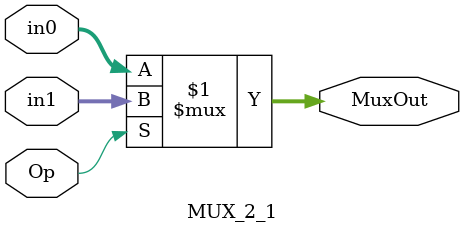
<source format=v>
`timescale 1ns / 1ps
module MUX_2_1(in0, in1, Op, MuxOut);

		parameter	W = 32;
		input		[W-1:0]in0, in1;
		input		Op;
		output	[W-1:0]MuxOut;
		
		assign	MuxOut = (Op) ? in1 : in0;


endmodule

</source>
